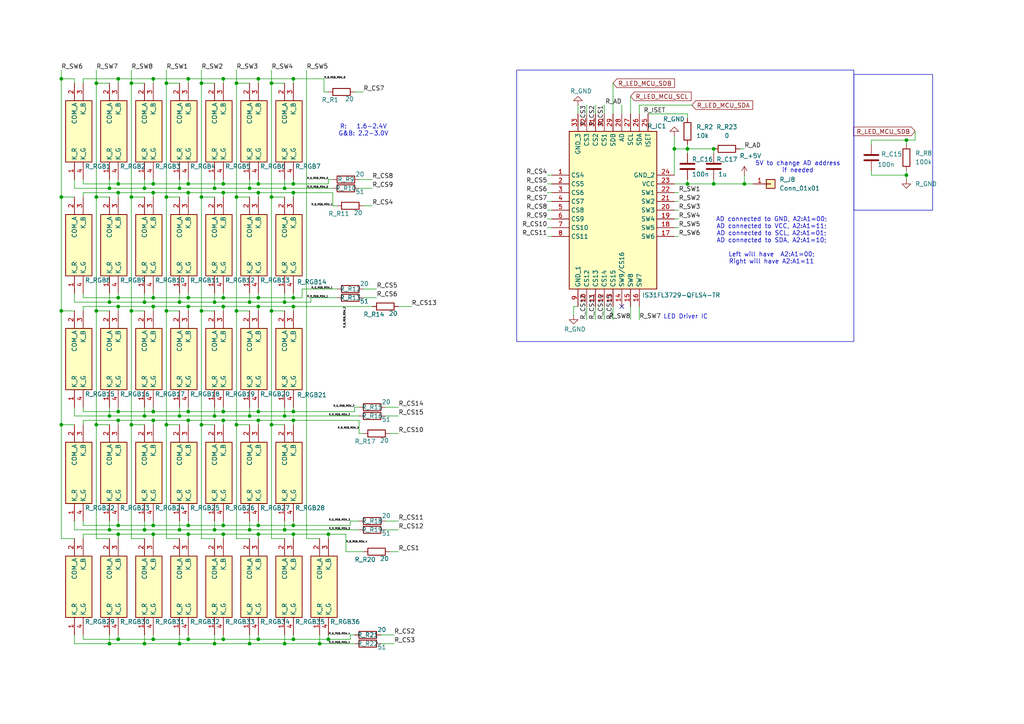
<source format=kicad_sch>
(kicad_sch (version 20250114) (generator "eeschema") (generator_version "9.0")
  (paper "A4")
  (title_block (title "TheFalcon[Left["))
  (rectangle (start 247.65 21.59) (end 270.51 60.96))
  (rectangle (start 149.86 20.32) (end 247.65 99.06))
  (text "5V to change AD address\nif needed\n" (at 231.394 48.514 0) (effects (font (size 1.27 1.27))))
  (text "R:   1.6-2.4V\nG&B: 2.2-3.0V" (at 105.41 37.846 0) (effects (font (size 1.27 1.27))))
  (text "AD connected to GND, A2:A1=00;\nAD connected to VCC, A2:A1=11;\nAD connected to SCL, A2:A1=01;\nAD connected to SDA, A2:A1=10;\n\nLeft will have  A2:A1=00;\nRight will have A2:A1=11" (at 223.774 69.85 0) (effects (font (size 1.27 1.27))))
  (text "LED Driver IC\n" (at 198.882 91.948 0) (effects (font (size 1.27 1.27))))
  (junction (at 92.71 186.69))
  (junction (at 41.91 87.63))
  (junction (at 58.42 90.17))
  (junction (at 31.75 186.69))
  (junction (at 44.45 119.38))
  (junction (at 52.07 153.67))
  (junction (at 44.45 86.36))
  (junction (at 262.89 40.64))
  (junction (at 54.61 22.86))
  (junction (at 72.39 87.63))
  (junction (at 41.91 54.61))
  (junction (at 68.58 123.19))
  (junction (at 64.77 22.86))
  (junction (at 62.23 87.63))
  (junction (at 82.55 87.63))
  (junction (at 82.55 120.65))
  (junction (at 54.61 53.34))
  (junction (at 74.93 86.36))
  (junction (at 64.77 55.88))
  (junction (at 72.39 120.65))
  (junction (at 48.26 90.17))
  (junction (at 54.61 88.9))
  (junction (at 82.55 54.61))
  (junction (at 54.61 185.42))
  (junction (at 262.89 50.8))
  (junction (at 34.29 154.94))
  (junction (at 58.42 123.19))
  (junction (at 85.09 88.9))
  (junction (at 31.75 54.61))
  (junction (at 74.93 119.38))
  (junction (at 44.45 152.4))
  (junction (at 34.29 55.88))
  (junction (at 85.09 53.34))
  (junction (at 207.01 43.18))
  (junction (at 38.1 123.19))
  (junction (at 85.09 185.42))
  (junction (at 54.61 55.88))
  (junction (at 17.78 22.86))
  (junction (at 17.78 123.19))
  (junction (at 85.09 154.94))
  (junction (at 74.93 121.92))
  (junction (at 82.55 186.69))
  (junction (at 64.77 154.94))
  (junction (at 27.94 57.15))
  (junction (at 52.07 120.65))
  (junction (at 31.75 87.63))
  (junction (at 95.25 154.94))
  (junction (at 64.77 152.4))
  (junction (at 34.29 53.34))
  (junction (at 215.9 53.34))
  (junction (at 74.93 185.42))
  (junction (at 27.94 90.17))
  (junction (at 52.07 54.61))
  (junction (at 78.74 24.13))
  (junction (at 85.09 152.4))
  (junction (at 54.61 154.94))
  (junction (at 41.91 186.69))
  (junction (at 62.23 120.65))
  (junction (at 44.45 88.9))
  (junction (at 64.77 53.34))
  (junction (at 85.09 121.92))
  (junction (at 199.39 43.18))
  (junction (at 85.09 119.38))
  (junction (at 95.25 185.42))
  (junction (at 31.75 120.65))
  (junction (at 48.26 24.13))
  (junction (at 62.23 153.67))
  (junction (at 82.55 153.67))
  (junction (at 195.58 43.18))
  (junction (at 72.39 54.61))
  (junction (at 27.94 123.19))
  (junction (at 85.09 22.86))
  (junction (at 52.07 186.69))
  (junction (at 207.01 53.34))
  (junction (at 58.42 24.13))
  (junction (at 74.93 22.86))
  (junction (at 17.78 57.15))
  (junction (at 34.29 22.86))
  (junction (at 41.91 153.67))
  (junction (at 85.09 86.36))
  (junction (at 34.29 86.36))
  (junction (at 44.45 154.94))
  (junction (at 48.26 123.19))
  (junction (at 54.61 121.92))
  (junction (at 68.58 24.13))
  (junction (at 27.94 24.13))
  (junction (at 78.74 57.15))
  (junction (at 38.1 24.13))
  (junction (at 54.61 119.38))
  (junction (at 34.29 88.9))
  (junction (at 44.45 22.86))
  (junction (at 62.23 54.61))
  (junction (at 64.77 185.42))
  (junction (at 44.45 121.92))
  (junction (at 74.93 152.4))
  (junction (at 72.39 186.69))
  (junction (at 58.42 57.15))
  (junction (at 62.23 186.69))
  (junction (at 68.58 90.17))
  (junction (at 31.75 153.67))
  (junction (at 34.29 185.42))
  (junction (at 38.1 90.17))
  (junction (at 44.45 55.88))
  (junction (at 78.74 90.17))
  (junction (at 78.74 123.19))
  (junction (at 64.77 88.9))
  (junction (at 199.39 53.34))
  (junction (at 34.29 152.4))
  (junction (at 74.93 88.9))
  (junction (at 44.45 53.34))
  (junction (at 85.09 55.88))
  (junction (at 74.93 55.88))
  (junction (at 52.07 87.63))
  (junction (at 72.39 153.67))
  (junction (at 48.26 57.15))
  (junction (at 64.77 121.92))
  (junction (at 68.58 57.15))
  (junction (at 64.77 119.38))
  (junction (at 38.1 57.15))
  (junction (at 41.91 120.65))
  (junction (at 17.78 90.17))
  (junction (at 34.29 121.92))
  (junction (at 54.61 86.36))
  (junction (at 34.29 119.38))
  (junction (at 64.77 86.36))
  (junction (at 44.45 185.42))
  (junction (at 54.61 152.4))
  (junction (at 74.93 53.34))
  (junction (at 74.93 154.94))
  (no_connect (at 180.34 88.9))
  (wire (pts (xy 167.64 30.48) (xy 167.64 33.02)))
  (wire (pts (xy 31.75 85.09) (xy 31.75 87.63)))
  (wire (pts (xy 85.09 88.9) (xy 107.95 88.9)))
  (wire (pts (xy 64.77 119.38) (xy 74.93 119.38)))
  (wire (pts (xy 85.09 151.13) (xy 85.09 152.4)))
  (wire (pts (xy 95.25 185.42) (xy 101.6 185.42)))
  (wire (pts (xy 38.1 24.13) (xy 38.1 57.15)))
  (wire (pts (xy 158.75 63.5) (xy 160.02 63.5)))
  (wire (pts (xy 41.91 153.67) (xy 52.07 153.67)))
  (wire (pts (xy 41.91 184.15) (xy 41.91 186.69)))
  (wire (pts (xy 196.85 58.42) (xy 195.58 58.42)))
  (wire (pts (xy 82.55 85.09) (xy 82.55 87.63)))
  (wire (pts (xy 17.78 90.17) (xy 17.78 123.19)))
  (wire (pts (xy 34.29 152.4) (xy 44.45 152.4)))
  (wire (pts (xy 64.77 151.13) (xy 64.77 152.4)))
  (wire (pts (xy 52.07 118.11) (xy 52.07 120.65)))
  (wire (pts (xy 199.39 53.34) (xy 199.39 52.07)))
  (wire (pts (xy 27.94 156.21) (xy 31.75 156.21)))
  (wire (pts (xy 54.61 119.38) (xy 64.77 119.38)))
  (wire (pts (xy 34.29 86.36) (xy 44.45 86.36)))
  (wire (pts (xy 44.45 55.88) (xy 44.45 57.15)))
  (wire (pts (xy 24.13 86.36) (xy 34.29 86.36)))
  (wire (pts (xy 17.78 57.15) (xy 17.78 90.17)))
  (wire (pts (xy 92.71 186.69) (xy 102.87 186.69)))
  (wire (pts (xy 24.13 184.15) (xy 24.13 185.42)))
  (wire (pts (xy 17.78 123.19) (xy 21.59 123.19)))
  (wire (pts (xy 85.09 22.86) (xy 85.09 24.13)))
  (wire (pts (xy 44.45 52.07) (xy 44.45 53.34)))
  (wire (pts (xy 74.93 53.34) (xy 85.09 53.34)))
  (wire (pts (xy 21.59 186.69) (xy 31.75 186.69)))
  (wire (pts (xy 24.13 88.9) (xy 24.13 90.17)))
  (wire (pts (xy 52.07 151.13) (xy 52.07 153.67)))
  (wire (pts (xy 34.29 121.92) (xy 44.45 121.92)))
  (wire (pts (xy 85.09 118.11) (xy 85.09 119.38)))
  (wire (pts (xy 24.13 22.86) (xy 34.29 22.86)))
  (wire (pts (xy 31.75 186.69) (xy 41.91 186.69)))
  (wire (pts (xy 74.93 118.11) (xy 74.93 119.38)))
  (wire (pts (xy 62.23 118.11) (xy 62.23 120.65)))
  (wire (pts (xy 74.93 152.4) (xy 85.09 152.4)))
  (wire (pts (xy 185.42 30.48) (xy 185.42 33.02)))
  (wire (pts (xy 85.09 53.34) (xy 95.25 53.34)))
  (wire (pts (xy 111.76 153.67) (xy 115.57 153.67)))
  (wire (pts (xy 41.91 186.69) (xy 52.07 186.69)))
  (wire (pts (xy 185.42 92.71) (xy 185.42 88.9)))
  (wire (pts (xy 24.13 119.38) (xy 34.29 119.38)))
  (wire (pts (xy 101.6 152.4) (xy 101.6 151.13)))
  (wire (pts (xy 96.52 59.69) (xy 96.52 55.88)))
  (wire (pts (xy 68.58 123.19) (xy 72.39 123.19)))
  (wire (pts (xy 27.94 24.13) (xy 27.94 57.15)))
  (wire (pts (xy 105.41 160.02) (xy 100.33 160.02)))
  (wire (pts (xy 54.61 55.88) (xy 64.77 55.88)))
  (wire (pts (xy 78.74 90.17) (xy 78.74 123.19)))
  (wire (pts (xy 24.13 85.09) (xy 24.13 86.36)))
  (wire (pts (xy 54.61 22.86) (xy 54.61 24.13)))
  (wire (pts (xy 54.61 55.88) (xy 54.61 57.15)))
  (wire (pts (xy 48.26 156.21) (xy 48.26 123.19)))
  (wire (pts (xy 74.93 52.07) (xy 74.93 53.34)))
  (wire (pts (xy 105.41 26.67) (xy 102.87 26.67)))
  (wire (pts (xy 44.45 154.94) (xy 54.61 154.94)))
  (wire (pts (xy 24.13 88.9) (xy 34.29 88.9)))
  (wire (pts (xy 64.77 55.88) (xy 64.77 57.15)))
  (wire (pts (xy 62.23 52.07) (xy 62.23 54.61)))
  (wire (pts (xy 17.78 22.86) (xy 17.78 57.15)))
  (wire (pts (xy 74.93 119.38) (xy 85.09 119.38)))
  (wire (pts (xy 78.74 57.15) (xy 78.74 90.17)))
  (wire (pts (xy 48.26 123.19) (xy 48.26 90.17)))
  (wire (pts (xy 158.75 55.88) (xy 160.02 55.88)))
  (wire (pts (xy 95.25 52.07) (xy 96.52 52.07)))
  (wire (pts (xy 58.42 57.15) (xy 62.23 57.15)))
  (wire (pts (xy 44.45 184.15) (xy 44.45 185.42)))
  (wire (pts (xy 17.78 123.19) (xy 17.78 156.21)))
  (wire (pts (xy 170.18 92.71) (xy 170.18 88.9)))
  (wire (pts (xy 54.61 151.13) (xy 54.61 152.4)))
  (wire (pts (xy 27.94 24.13) (xy 31.75 24.13)))
  (wire (pts (xy 21.59 24.13) (xy 21.59 22.86)))
  (wire (pts (xy 102.87 118.11) (xy 104.14 118.11)))
  (wire (pts (xy 104.14 125.73) (xy 104.14 121.92)))
  (wire (pts (xy 64.77 184.15) (xy 64.77 185.42)))
  (wire (pts (xy 107.95 59.69) (xy 105.41 59.69)))
  (wire (pts (xy 74.93 55.88) (xy 74.93 57.15)))
  (wire (pts (xy 31.75 153.67) (xy 41.91 153.67)))
  (wire (pts (xy 52.07 186.69) (xy 62.23 186.69)))
  (wire (pts (xy 90.17 86.36) (xy 97.79 86.36)))
  (wire (pts (xy 78.74 123.19) (xy 82.55 123.19)))
  (wire (pts (xy 54.61 152.4) (xy 64.77 152.4)))
  (wire (pts (xy 252.73 40.64) (xy 262.89 40.64)))
  (wire (pts (xy 252.73 40.64) (xy 252.73 41.91)))
  (wire (pts (xy 82.55 118.11) (xy 82.55 120.65)))
  (wire (pts (xy 105.41 86.36) (xy 109.22 86.36)))
  (wire (pts (xy 175.26 30.48) (xy 175.26 33.02)))
  (wire (pts (xy 41.91 54.61) (xy 52.07 54.61)))
  (wire (pts (xy 72.39 54.61) (xy 82.55 54.61)))
  (wire (pts (xy 265.43 40.64) (xy 262.89 40.64)))
  (wire (pts (xy 54.61 185.42) (xy 64.77 185.42)))
  (wire (pts (xy 265.43 38.1) (xy 265.43 40.64)))
  (wire (pts (xy 58.42 90.17) (xy 58.42 123.19)))
  (wire (pts (xy 199.39 44.45) (xy 199.39 43.18)))
  (wire (pts (xy 52.07 153.67) (xy 62.23 153.67)))
  (wire (pts (xy 74.93 185.42) (xy 85.09 185.42)))
  (wire (pts (xy 85.09 55.88) (xy 96.52 55.88)))
  (wire (pts (xy 68.58 156.21) (xy 72.39 156.21)))
  (wire (pts (xy 87.63 86.36) (xy 87.63 83.82)))
  (wire (pts (xy 58.42 20.32) (xy 58.42 24.13)))
  (wire (pts (xy 54.61 88.9) (xy 64.77 88.9)))
  (wire (pts (xy 38.1 20.32) (xy 38.1 24.13)))
  (wire (pts (xy 182.88 27.94) (xy 182.88 33.02)))
  (wire (pts (xy 54.61 22.86) (xy 64.77 22.86)))
  (wire (pts (xy 54.61 86.36) (xy 64.77 86.36)))
  (wire (pts (xy 64.77 121.92) (xy 74.93 121.92)))
  (wire (pts (xy 38.1 123.19) (xy 41.91 123.19)))
  (wire (pts (xy 95.25 154.94) (xy 95.25 156.21)))
  (wire (pts (xy 44.45 22.86) (xy 54.61 22.86)))
  (wire (pts (xy 252.73 50.8) (xy 262.89 50.8)))
  (wire (pts (xy 48.26 57.15) (xy 52.07 57.15)))
  (wire (pts (xy 58.42 123.19) (xy 62.23 123.19)))
  (wire (pts (xy 85.09 88.9) (xy 85.09 90.17)))
  (wire (pts (xy 64.77 185.42) (xy 74.93 185.42)))
  (wire (pts (xy 27.94 90.17) (xy 31.75 90.17)))
  (wire (pts (xy 48.26 90.17) (xy 48.26 57.15)))
  (wire (pts (xy 74.93 22.86) (xy 85.09 22.86)))
  (wire (pts (xy 68.58 90.17) (xy 68.58 123.19)))
  (wire (pts (xy 74.93 154.94) (xy 74.93 156.21)))
  (wire (pts (xy 31.75 184.15) (xy 31.75 186.69)))
  (wire (pts (xy 82.55 153.67) (xy 104.14 153.67)))
  (wire (pts (xy 44.45 121.92) (xy 44.45 123.19)))
  (wire (pts (xy 34.29 154.94) (xy 34.29 156.21)))
  (wire (pts (xy 38.1 57.15) (xy 41.91 57.15)))
  (wire (pts (xy 88.9 156.21) (xy 92.71 156.21)))
  (wire (pts (xy 27.94 90.17) (xy 27.94 123.19)))
  (wire (pts (xy 195.58 63.5) (xy 196.85 63.5)))
  (wire (pts (xy 24.13 55.88) (xy 24.13 57.15)))
  (wire (pts (xy 24.13 52.07) (xy 24.13 53.34)))
  (wire (pts (xy 24.13 118.11) (xy 24.13 119.38)))
  (wire (pts (xy 78.74 24.13) (xy 82.55 24.13)))
  (wire (pts (xy 17.78 20.32) (xy 17.78 22.86)))
  (wire (pts (xy 27.94 123.19) (xy 31.75 123.19)))
  (wire (pts (xy 85.09 152.4) (xy 101.6 152.4)))
  (wire (pts (xy 199.39 53.34) (xy 207.01 53.34)))
  (wire (pts (xy 102.87 119.38) (xy 102.87 118.11)))
  (wire (pts (xy 27.94 123.19) (xy 27.94 156.21)))
  (wire (pts (xy 34.29 52.07) (xy 34.29 53.34)))
  (wire (pts (xy 85.09 154.94) (xy 85.09 156.21)))
  (wire (pts (xy 199.39 43.18) (xy 207.01 43.18)))
  (wire (pts (xy 58.42 90.17) (xy 62.23 90.17)))
  (wire (pts (xy 44.45 22.86) (xy 44.45 24.13)))
  (wire (pts (xy 72.39 52.07) (xy 72.39 54.61)))
  (wire (pts (xy 64.77 88.9) (xy 74.93 88.9)))
  (wire (pts (xy 207.01 53.34) (xy 215.9 53.34)))
  (wire (pts (xy 101.6 185.42) (xy 101.6 184.15)))
  (wire (pts (xy 72.39 85.09) (xy 72.39 87.63)))
  (wire (pts (xy 158.75 53.34) (xy 160.02 53.34)))
  (wire (pts (xy 105.41 83.82) (xy 109.22 83.82)))
  (wire (pts (xy 34.29 151.13) (xy 34.29 152.4)))
  (wire (pts (xy 158.75 66.04) (xy 160.02 66.04)))
  (wire (pts (xy 34.29 22.86) (xy 34.29 24.13)))
  (wire (pts (xy 111.76 120.65) (xy 115.57 120.65)))
  (wire (pts (xy 52.07 85.09) (xy 52.07 87.63)))
  (wire (pts (xy 200.66 30.48) (xy 185.42 30.48)))
  (wire (pts (xy 21.59 54.61) (xy 31.75 54.61)))
  (wire (pts (xy 101.6 184.15) (xy 102.87 184.15)))
  (wire (pts (xy 262.89 49.53) (xy 262.89 50.8)))
  (wire (pts (xy 21.59 87.63) (xy 31.75 87.63)))
  (wire (pts (xy 21.59 120.65) (xy 31.75 120.65)))
  (wire (pts (xy 34.29 85.09) (xy 34.29 86.36)))
  (wire (pts (xy 27.94 57.15) (xy 27.94 90.17)))
  (wire (pts (xy 31.75 52.07) (xy 31.75 54.61)))
  (wire (pts (xy 34.29 185.42) (xy 44.45 185.42)))
  (wire (pts (xy 172.72 92.71) (xy 172.72 88.9)))
  (wire (pts (xy 31.75 120.65) (xy 41.91 120.65)))
  (wire (pts (xy 110.49 184.15) (xy 114.3 184.15)))
  (wire (pts (xy 41.91 118.11) (xy 41.91 120.65)))
  (wire (pts (xy 92.71 184.15) (xy 92.71 186.69)))
  (wire (pts (xy 34.29 22.86) (xy 44.45 22.86)))
  (wire (pts (xy 100.33 160.02) (xy 100.33 154.94)))
  (wire (pts (xy 72.39 184.15) (xy 72.39 186.69)))
  (wire (pts (xy 64.77 118.11) (xy 64.77 119.38)))
  (wire (pts (xy 196.85 66.04) (xy 195.58 66.04)))
  (wire (pts (xy 97.79 59.69) (xy 96.52 59.69)))
  (wire (pts (xy 21.59 153.67) (xy 31.75 153.67)))
  (wire (pts (xy 31.75 87.63) (xy 41.91 87.63)))
  (wire (pts (xy 64.77 86.36) (xy 74.93 86.36)))
  (wire (pts (xy 31.75 118.11) (xy 31.75 120.65)))
  (wire (pts (xy 111.76 151.13) (xy 115.57 151.13)))
  (wire (pts (xy 31.75 54.61) (xy 41.91 54.61)))
  (wire (pts (xy 177.8 92.71) (xy 177.8 88.9)))
  (wire (pts (xy 215.9 53.34) (xy 215.9 50.8)))
  (wire (pts (xy 44.45 118.11) (xy 44.45 119.38)))
  (wire (pts (xy 199.39 34.29) (xy 199.39 33.02)))
  (wire (pts (xy 105.41 125.73) (xy 104.14 125.73)))
  (wire (pts (xy 38.1 90.17) (xy 41.91 90.17)))
  (wire (pts (xy 196.85 68.58) (xy 195.58 68.58)))
  (wire (pts (xy 44.45 121.92) (xy 54.61 121.92)))
  (wire (pts (xy 74.93 55.88) (xy 85.09 55.88)))
  (wire (pts (xy 41.91 52.07) (xy 41.91 54.61)))
  (wire (pts (xy 93.98 26.67) (xy 93.98 22.86)))
  (wire (pts (xy 68.58 24.13) (xy 72.39 24.13)))
  (wire (pts (xy 64.77 154.94) (xy 64.77 156.21)))
  (wire (pts (xy 85.09 119.38) (xy 102.87 119.38)))
  (wire (pts (xy 52.07 54.61) (xy 62.23 54.61)))
  (wire (pts (xy 115.57 88.9) (xy 119.38 88.9)))
  (wire (pts (xy 195.58 39.37) (xy 195.58 43.18)))
  (wire (pts (xy 17.78 90.17) (xy 21.59 90.17)))
  (wire (pts (xy 54.61 121.92) (xy 64.77 121.92)))
  (wire (pts (xy 218.44 53.34) (xy 215.9 53.34)))
  (wire (pts (xy 24.13 154.94) (xy 34.29 154.94)))
  (wire (pts (xy 158.75 58.42) (xy 160.02 58.42)))
  (wire (pts (xy 74.93 154.94) (xy 85.09 154.94)))
  (wire (pts (xy 52.07 184.15) (xy 52.07 186.69)))
  (wire (pts (xy 101.6 151.13) (xy 104.14 151.13)))
  (wire (pts (xy 38.1 156.21) (xy 41.91 156.21)))
  (wire (pts (xy 252.73 49.53) (xy 252.73 50.8)))
  (wire (pts (xy 64.77 152.4) (xy 74.93 152.4)))
  (wire (pts (xy 34.29 154.94) (xy 44.45 154.94)))
  (wire (pts (xy 54.61 88.9) (xy 54.61 90.17)))
  (wire (pts (xy 196.85 55.88) (xy 195.58 55.88)))
  (wire (pts (xy 44.45 86.36) (xy 54.61 86.36)))
  (wire (pts (xy 44.45 55.88) (xy 54.61 55.88)))
  (wire (pts (xy 34.29 184.15) (xy 34.29 185.42)))
  (wire (pts (xy 21.59 52.07) (xy 21.59 54.61)))
  (wire (pts (xy 64.77 85.09) (xy 64.77 86.36)))
  (wire (pts (xy 17.78 57.15) (xy 21.59 57.15)))
  (wire (pts (xy 85.09 121.92) (xy 85.09 123.19)))
  (wire (pts (xy 95.25 53.34) (xy 95.25 52.07)))
  (wire (pts (xy 177.8 24.13) (xy 177.8 33.02)))
  (wire (pts (xy 78.74 20.32) (xy 78.74 24.13)))
  (wire (pts (xy 74.93 88.9) (xy 85.09 88.9)))
  (wire (pts (xy 21.59 151.13) (xy 21.59 153.67)))
  (wire (pts (xy 85.09 52.07) (xy 85.09 53.34)))
  (wire (pts (xy 24.13 55.88) (xy 34.29 55.88)))
  (wire (pts (xy 38.1 123.19) (xy 38.1 156.21)))
  (wire (pts (xy 115.57 125.73) (xy 113.03 125.73)))
  (wire (pts (xy 195.58 53.34) (xy 199.39 53.34)))
  (wire (pts (xy 68.58 90.17) (xy 72.39 90.17)))
  (wire (pts (xy 48.26 57.15) (xy 48.26 24.13)))
  (wire (pts (xy 195.58 43.18) (xy 199.39 43.18)))
  (wire (pts (xy 54.61 52.07) (xy 54.61 53.34)))
  (wire (pts (xy 27.94 57.15) (xy 31.75 57.15)))
  (wire (pts (xy 24.13 53.34) (xy 34.29 53.34)))
  (wire (pts (xy 24.13 22.86) (xy 24.13 24.13)))
  (wire (pts (xy 72.39 151.13) (xy 72.39 153.67)))
  (wire (pts (xy 74.93 88.9) (xy 74.93 90.17)))
  (wire (pts (xy 196.85 60.96) (xy 195.58 60.96)))
  (wire (pts (xy 74.93 121.92) (xy 74.93 123.19)))
  (wire (pts (xy 44.45 53.34) (xy 54.61 53.34)))
  (wire (pts (xy 72.39 153.67) (xy 82.55 153.67)))
  (wire (pts (xy 34.29 118.11) (xy 34.29 119.38)))
  (wire (pts (xy 85.09 184.15) (xy 85.09 185.42)))
  (wire (pts (xy 44.45 88.9) (xy 44.45 90.17)))
  (wire (pts (xy 158.75 68.58) (xy 160.02 68.58)))
  (wire (pts (xy 111.76 118.11) (xy 115.57 118.11)))
  (wire (pts (xy 52.07 156.21) (xy 48.26 156.21)))
  (wire (pts (xy 64.77 154.94) (xy 74.93 154.94)))
  (wire (pts (xy 74.93 151.13) (xy 74.93 152.4)))
  (wire (pts (xy 172.72 30.48) (xy 172.72 33.02)))
  (wire (pts (xy 27.94 20.32) (xy 27.94 24.13)))
  (wire (pts (xy 74.93 184.15) (xy 74.93 185.42)))
  (wire (pts (xy 72.39 87.63) (xy 82.55 87.63)))
  (wire (pts (xy 74.93 121.92) (xy 85.09 121.92)))
  (wire (pts (xy 104.14 52.07) (xy 107.95 52.07)))
  (wire (pts (xy 262.89 40.64) (xy 262.89 41.91)))
  (wire (pts (xy 85.09 86.36) (xy 87.63 86.36)))
  (wire (pts (xy 64.77 121.92) (xy 64.77 123.19)))
  (wire (pts (xy 95.25 154.94) (xy 100.33 154.94)))
  (wire (pts (xy 262.89 50.8) (xy 262.89 52.07)))
  (wire (pts (xy 78.74 156.21) (xy 82.55 156.21)))
  (wire (pts (xy 41.91 120.65) (xy 52.07 120.65)))
  (wire (pts (xy 44.45 119.38) (xy 54.61 119.38)))
  (wire (pts (xy 34.29 119.38) (xy 44.45 119.38)))
  (wire (pts (xy 34.29 88.9) (xy 44.45 88.9)))
  (wire (pts (xy 85.09 121.92) (xy 104.14 121.92)))
  (wire (pts (xy 110.49 186.69) (xy 114.3 186.69)))
  (wire (pts (xy 170.18 30.48) (xy 170.18 33.02)))
  (wire (pts (xy 82.55 151.13) (xy 82.55 153.67)))
  (wire (pts (xy 41.91 85.09) (xy 41.91 87.63)))
  (wire (pts (xy 44.45 88.9) (xy 54.61 88.9)))
  (wire (pts (xy 115.57 160.02) (xy 113.03 160.02)))
  (wire (pts (xy 158.75 50.8) (xy 160.02 50.8)))
  (wire (pts (xy 87.63 83.82) (xy 97.79 83.82)))
  (wire (pts (xy 78.74 57.15) (xy 82.55 57.15)))
  (wire (pts (xy 52.07 120.65) (xy 62.23 120.65)))
  (wire (pts (xy 72.39 118.11) (xy 72.39 120.65)))
  (wire (pts (xy 52.07 52.07) (xy 52.07 54.61)))
  (wire (pts (xy 58.42 24.13) (xy 62.23 24.13)))
  (wire (pts (xy 21.59 85.09) (xy 21.59 87.63)))
  (wire (pts (xy 64.77 55.88) (xy 74.93 55.88)))
  (wire (pts (xy 62.23 120.65) (xy 72.39 120.65)))
  (wire (pts (xy 95.25 26.67) (xy 93.98 26.67)))
  (wire (pts (xy 48.26 24.13) (xy 52.07 24.13)))
  (wire (pts (xy 54.61 118.11) (xy 54.61 119.38)))
  (wire (pts (xy 64.77 22.86) (xy 64.77 24.13)))
  (wire (pts (xy 187.96 33.02) (xy 199.39 33.02)))
  (wire (pts (xy 58.42 57.15) (xy 58.42 90.17)))
  (wire (pts (xy 54.61 154.94) (xy 64.77 154.94)))
  (wire (pts (xy 82.55 54.61) (xy 96.52 54.61)))
  (wire (pts (xy 62.23 85.09) (xy 62.23 87.63)))
  (wire (pts (xy 85.09 55.88) (xy 85.09 57.15)))
  (wire (pts (xy 54.61 184.15) (xy 54.61 185.42)))
  (wire (pts (xy 85.09 154.94) (xy 95.25 154.94)))
  (wire (pts (xy 54.61 154.94) (xy 54.61 156.21)))
  (wire (pts (xy 24.13 152.4) (xy 34.29 152.4)))
  (wire (pts (xy 82.55 52.07) (xy 82.55 54.61)))
  (wire (pts (xy 62.23 184.15) (xy 62.23 186.69)))
  (wire (pts (xy 72.39 120.65) (xy 82.55 120.65)))
  (wire (pts (xy 34.29 55.88) (xy 34.29 57.15)))
  (wire (pts (xy 207.01 53.34) (xy 207.01 52.07)))
  (wire (pts (xy 21.59 22.86) (xy 17.78 22.86)))
  (wire (pts (xy 34.29 88.9) (xy 34.29 90.17)))
  (wire (pts (xy 64.77 52.07) (xy 64.77 53.34)))
  (wire (pts (xy 199.39 41.91) (xy 199.39 43.18)))
  (wire (pts (xy 58.42 24.13) (xy 58.42 57.15)))
  (wire (pts (xy 85.09 185.42) (xy 95.25 185.42)))
  (wire (pts (xy 85.09 22.86) (xy 93.98 22.86)))
  (wire (pts (xy 88.9 20.32) (xy 88.9 156.21)))
  (wire (pts (xy 41.91 87.63) (xy 52.07 87.63)))
  (wire (pts (xy 44.45 152.4) (xy 54.61 152.4)))
  (wire (pts (xy 34.29 55.88) (xy 44.45 55.88)))
  (wire (pts (xy 195.58 43.18) (xy 195.58 50.8)))
  (wire (pts (xy 104.14 54.61) (xy 107.95 54.61)))
  (wire (pts (xy 82.55 120.65) (xy 104.14 120.65)))
  (wire (pts (xy 34.29 121.92) (xy 34.29 123.19)))
  (wire (pts (xy 78.74 90.17) (xy 82.55 90.17)))
  (wire (pts (xy 78.74 24.13) (xy 78.74 57.15)))
  (wire (pts (xy 82.55 186.69) (xy 92.71 186.69)))
  (wire (pts (xy 72.39 186.69) (xy 82.55 186.69)))
  (wire (pts (xy 95.25 184.15) (xy 95.25 185.42)))
  (wire (pts (xy 68.58 57.15) (xy 68.58 90.17)))
  (wire (pts (xy 182.88 92.71) (xy 182.88 88.9)))
  (wire (pts (xy 38.1 24.13) (xy 41.91 24.13)))
  (wire (pts (xy 62.23 151.13) (xy 62.23 153.67)))
  (wire (pts (xy 68.58 20.32) (xy 68.58 24.13)))
  (wire (pts (xy 180.34 30.48) (xy 180.34 33.02)))
  (wire (pts (xy 62.23 54.61) (xy 72.39 54.61)))
  (wire (pts (xy 166.37 88.9) (xy 167.64 88.9)))
  (wire (pts (xy 41.91 151.13) (xy 41.91 153.67)))
  (wire (pts (xy 48.26 20.32) (xy 48.26 24.13)))
  (wire (pts (xy 44.45 85.09) (xy 44.45 86.36)))
  (wire (pts (xy 58.42 123.19) (xy 58.42 156.21)))
  (wire (pts (xy 74.93 86.36) (xy 85.09 86.36)))
  (wire (pts (xy 54.61 121.92) (xy 54.61 123.19)))
  (wire (pts (xy 74.93 85.09) (xy 74.93 86.36)))
  (wire (pts (xy 38.1 57.15) (xy 38.1 90.17)))
  (wire (pts (xy 62.23 153.67) (xy 72.39 153.67)))
  (wire (pts (xy 48.26 90.17) (xy 52.07 90.17)))
  (wire (pts (xy 68.58 57.15) (xy 72.39 57.15)))
  (wire (pts (xy 17.78 156.21) (xy 21.59 156.21)))
  (wire (pts (xy 175.26 92.71) (xy 175.26 88.9)))
  (wire (pts (xy 58.42 156.21) (xy 62.23 156.21)))
  (wire (pts (xy 166.37 91.44) (xy 166.37 88.9)))
  (wire (pts (xy 82.55 184.15) (xy 82.55 186.69)))
  (wire (pts (xy 34.29 53.34) (xy 44.45 53.34)))
  (wire (pts (xy 74.93 22.86) (xy 74.93 24.13)))
  (wire (pts (xy 24.13 151.13) (xy 24.13 152.4)))
  (wire (pts (xy 82.55 87.63) (xy 90.17 87.63)))
  (wire (pts (xy 44.45 151.13) (xy 44.45 152.4)))
  (wire (pts (xy 24.13 185.42) (xy 34.29 185.42)))
  (wire (pts (xy 21.59 118.11) (xy 21.59 120.65)))
  (wire (pts (xy 78.74 123.19) (xy 78.74 156.21)))
  (wire (pts (xy 24.13 154.94) (xy 24.13 156.21)))
  (wire (pts (xy 38.1 90.17) (xy 38.1 123.19)))
  (wire (pts (xy 62.23 87.63) (xy 72.39 87.63)))
  (wire (pts (xy 90.17 87.63) (xy 90.17 86.36)))
  (wire (pts (xy 207.01 43.18) (xy 207.01 44.45)))
  (wire (pts (xy 68.58 123.19) (xy 68.58 156.21)))
  (wire (pts (xy 21.59 184.15) (xy 21.59 186.69)))
  (wire (pts (xy 24.13 121.92) (xy 24.13 123.19)))
  (wire (pts (xy 62.23 186.69) (xy 72.39 186.69)))
  (wire (pts (xy 64.77 22.86) (xy 74.93 22.86)))
  (wire (pts (xy 64.77 53.34) (xy 74.93 53.34)))
  (wire (pts (xy 85.09 85.09) (xy 85.09 86.36)))
  (wire (pts (xy 64.77 88.9) (xy 64.77 90.17)))
  (wire (pts (xy 44.45 154.94) (xy 44.45 156.21)))
  (wire (pts (xy 68.58 24.13) (xy 68.58 57.15)))
  (wire (pts (xy 24.13 121.92) (xy 34.29 121.92)))
  (wire (pts (xy 48.26 123.19) (xy 52.07 123.19)))
  (wire (pts (xy 158.75 60.96) (xy 160.02 60.96)))
  (wire (pts (xy 44.45 185.42) (xy 54.61 185.42)))
  (wire (pts (xy 52.07 87.63) (xy 62.23 87.63)))
  (wire (pts (xy 54.61 53.34) (xy 64.77 53.34)))
  (wire (pts (xy 31.75 151.13) (xy 31.75 153.67)))
  (wire (pts (xy 215.9 43.18) (xy 214.63 43.18)))
  (wire (pts (xy 54.61 85.09) (xy 54.61 86.36)))
  (label "R_SW4" (at 78.74 20.32 0))
  (label "R_CS2" (at 114.3 184.15 0))
  (label "R_CS9" (at 158.75 63.5 180))
  (label "R_CS5" (at 158.75 53.34 180))
  (label "R_G_RGB_ROW_0" (at 95.25 52.07 180) (effects (font (size 0.5 0.5))))
  (label "R_R_RGB_ROW_1" (at 95.25 86.36 180) (effects (font (size 0.5 0.5))))
  (label "R_CS12" (at 170.18 92.71 90))
  (label "R_G_RGB_ROW_2" (at 102.87 118.11 180) (effects (font (size 0.5 0.5))))
  (label "R_CS10" (at 158.75 66.04 180))
  (label "R_G_RGB_ROW_1" (at 96.52 83.82 180) (effects (font (size 0.5 0.5))))
  (label "R_SW2" (at 58.42 20.32 0))
  (label "R_B_RGB_ROW_4" (at 100.33 157.48 0) (effects (font (size 0.5 0.5))))
  (label "R_CS11" (at 115.57 151.13 0))
  (label "R_CS11" (at 158.75 68.58 180))
  (label "R_B_RGB_ROW_1" (at 96.52 59.69 180) (effects (font (size 0.5 0.5))))
  (label "R_AD" (at 180.34 30.48 180))
  (label "R_CS9" (at 107.95 54.61 0))
  (label "R_CS6" (at 109.22 86.36 0))
  (label "R_CS8" (at 158.75 60.96 180))
  (label "R_G_RGB_ROW_4" (at 101.6 184.15 180) (effects (font (size 0.5 0.5))))
  (label "R_CS15" (at 177.8 92.71 90))
  (label "R_CS1" (at 175.26 30.48 270))
  (label "R_CS13" (at 172.72 92.71 90))
  (label "R_CS15" (at 115.57 120.65 0))
  (label "R_G_RGB_ROW_3" (at 101.6 151.13 180) (effects (font (size 0.5 0.5))))
  (label "R_AD" (at 215.9 43.18 0))
  (label "R_SW1" (at 196.85 55.88 0))
  (label "R_SW2" (at 196.85 58.42 0))
  (label "R_CS5" (at 109.22 83.82 0))
  (label "R_SW3" (at 68.58 20.32 0))
  (label "R_CS12" (at 115.57 153.67 0))
  (label "R_SW6" (at 196.85 68.58 0))
  (label "R_SW4" (at 196.85 63.5 0))
  (label "R_CS7" (at 105.41 26.67 0))
  (label "R_SW8" (at 182.88 92.71 180))
  (label "R_R_RGB_ROW_3" (at 101.6 153.67 180) (effects (font (size 0.5 0.5))))
  (label "R_SW8" (at 38.1 20.32 0))
  (label "R_SW7" (at 27.94 20.32 0))
  (label "R_SW3" (at 196.85 60.96 0))
  (label "R_CS8" (at 107.95 52.07 0))
  (label "R_CS4" (at 158.75 50.8 180))
  (label "R_CS6" (at 158.75 55.88 180))
  (label "R_R_RGB_ROW_0" (at 95.25 54.61 180) (effects (font (size 0.5 0.5))))
  (label "R_SW7" (at 185.42 92.71 0))
  (label "R_CS3" (at 114.3 186.69 0))
  (label "R_CS13" (at 119.38 88.9 0))
  (label "R_B_RGB_ROW_2" (at 100.33 88.9 270) (effects (font (size 0.5 0.5))))
  (label "R_CS14" (at 175.26 92.71 90))
  (label "R_CS2" (at 172.72 30.48 270))
  (label "R_CS1" (at 115.57 160.02 0))
  (label "R_CS4" (at 107.95 59.69 0))
  (label "R_B_RGB_ROW_0" (at 93.98 22.86 0) (effects (font (size 0.5 0.5))))
  (label "R_R_RGB_ROW_2" (at 101.6 120.65 180) (effects (font (size 0.5 0.5))))
  (label "R_CS10" (at 115.57 125.73 0))
  (label "R_B_RGB_ROW_3" (at 104.14 124.46 180) (effects (font (size 0.5 0.5))))
  (label "R_R_RGB_ROW_4" (at 101.6 186.69 180) (effects (font (size 0.5 0.5))))
  (label "R_CS14" (at 115.57 118.11 0))
  (label "R_SW5" (at 88.9 20.32 0))
  (label "R_SW6" (at 17.78 20.32 0))
  (label "R_ISET" (at 193.04 33.02 180))
  (label "R_CS7" (at 158.75 58.42 180))
  (label "R_SW1" (at 48.26 20.32 0))
  (label "R_CS3" (at 170.18 30.48 270))
  (label "R_SW5" (at 196.85 66.04 0))
  (global_label "R_LED_MCU_SDB" (shape input) (at 265.43 38.1 180) (property "Intersheetrefs" "${INTERSHEET_REFS}" (effects (hide yes))))
  (global_label "R_LED_MCU_SDB" (shape input) (at 177.8 24.13 0) (property "Intersheetrefs" "${INTERSHEET_REFS}" (effects (hide yes))))
  (global_label "R_LED_MCU_SDA" (shape input) (at 200.66 30.48 0) (property "Intersheetrefs" "${INTERSHEET_REFS}" (effects (hide yes))))
  (global_label "R_LED_MCU_SCL" (shape input) (at 182.88 27.94 0) (property "Intersheetrefs" "${INTERSHEET_REFS}" (effects (hide yes))))
  (symbol (lib_id "SamacSys_Parts:T36K3BGR-05D000121U1930") (at 24.13 90.17 270) (unit 1)
    (property "Reference" "R_RGB15" (at 24.638 114.3 90) (effects (justify left)))
    (property "Value" "T36K3BGR-05D000121U1930" (effects (hide yes)))
    (property "Footprint" "SamacSys_Parts:T36K3BGR05D000121U1930_MODEL_INVERTED" (effects (hide yes)))
    (property "Datasheet" "https://media.digikey.com/pdf/Data%20Sheets/Harvatek%20PDFs/T36K3BGR-05D000121U1930%20V1.1.pdf" (effects (hide yes)))
    (property "Description" "Red, Green, Blue (RGB) LED Indication - Discrete 2V Red, 2.6V Green, 2.6V Blue 4-SMD, Flat Leads" (effects (hide yes)))
  )
  (symbol (lib_id "Device:R") (at 106.68 186.69 90) (unit 1)
    (property "Reference" "R_R22" (at 106.68 186.69 90))
    (property "Value" "51" (at 110.744 187.706 90))
    (property "Footprint" "Resistor_SMD:R_0603_1608Metric" (effects (hide yes)))
    (property "Description" "Resistor" (effects (hide yes)))
    (property "LCSC Part Number" "C17738" (effects (hide yes)))
  )
  (symbol (lib_id "SamacSys_Parts:T36K3BGR-05D000121U1930") (at 44.45 24.13 270) (unit 1)
    (property "Reference" "R_RGB3" (at 44.958 48.26 90) (effects (justify left)))
    (property "Value" "T36K3BGR-05D000121U1930" (effects (hide yes)))
    (property "Footprint" "SamacSys_Parts:T36K3BGR05D000121U1930_MODEL_INVERTED" (effects (hide yes)))
    (property "Datasheet" "https://media.digikey.com/pdf/Data%20Sheets/Harvatek%20PDFs/T36K3BGR-05D000121U1930%20V1.1.pdf" (effects (hide yes)))
    (property "Description" "Red, Green, Blue (RGB) LED Indication - Discrete 2V Red, 2.6V Green, 2.6V Blue 4-SMD, Flat Leads" (effects (hide yes)))
  )
  (symbol (lib_id "Device:R") (at 262.89 45.72 0) (unit 1)
    (property "Reference" "R_R8" (at 265.43 44.4499 0) (effects (justify left)))
    (property "Value" "100k" (at 265.43 46.9899 0) (effects (justify left)))
    (property "Footprint" "Resistor_SMD:R_0603_1608Metric" (effects (hide yes)))
    (property "Description" "Resistor" (effects (hide yes)))
    (property "LCSC Part Number" "C14675" (effects (hide yes)))
  )
  (symbol (lib_id "SamacSys_Parts:T36K3BGR-05D000121U1930") (at 74.93 156.21 270) (unit 1)
    (property "Reference" "R_RGB34" (at 75.438 180.34 90) (effects (justify left)))
    (property "Value" "T36K3BGR-05D000121U1930" (effects (hide yes)))
    (property "Footprint" "SamacSys_Parts:T36K3BGR05D000121U1930_MODEL_INVERTED" (effects (hide yes)))
    (property "Datasheet" "https://media.digikey.com/pdf/Data%20Sheets/Harvatek%20PDFs/T36K3BGR-05D000121U1930%20V1.1.pdf" (effects (hide yes)))
    (property "Description" "Red, Green, Blue (RGB) LED Indication - Discrete 2V Red, 2.6V Green, 2.6V Blue 4-SMD, Flat Leads" (effects (hide yes)))
  )
  (symbol (lib_id "Device:R") (at 99.06 26.67 90) (unit 1)
    (property "Reference" "R_R1" (at 95.758 28.956 90))
    (property "Value" "20" (at 101.346 28.702 90))
    (property "Footprint" "Resistor_SMD:R_0603_1608Metric" (effects (hide yes)))
    (property "Description" "Resistor" (effects (hide yes)))
    (property "LCSC Part Number" "C22950" (effects (hide yes)))
  )
  (symbol (lib_id "Device:R") (at 100.33 52.07 90) (unit 1)
    (property "Reference" "R_R9" (at 100.33 52.07 90))
    (property "Value" "20" (at 104.394 50.546 90))
    (property "Footprint" "Resistor_SMD:R_0603_1608Metric" (effects (hide yes)))
    (property "Description" "Resistor" (effects (hide yes)))
    (property "LCSC Part Number" "C22950" (effects (hide yes)))
  )
  (symbol (lib_id "power:GND") (at 195.58 39.37 180) (unit 1)
    (property "Reference" "#R_#PWR03" (effects (hide yes)))
    (property "Value" "R_GND" (at 192.278 34.544 0) (effects (justify right)))
    (property "Description" "Power symbol creates a global label with name \"GND\" , ground" (effects (hide yes)))
  )
  (symbol (lib_id "SamacSys_Parts:T36K3BGR-05D000121U1930") (at 95.25 156.21 270) (unit 1)
    (property "Reference" "R_RGB36" (at 95.758 180.34 90) (effects (justify left)))
    (property "Value" "T36K3BGR-05D000121U1930" (effects (hide yes)))
    (property "Footprint" "SamacSys_Parts:T36K3BGR05D000121U1930_MODEL_INVERTED" (effects (hide yes)))
    (property "Datasheet" "https://media.digikey.com/pdf/Data%20Sheets/Harvatek%20PDFs/T36K3BGR-05D000121U1930%20V1.1.pdf" (effects (hide yes)))
    (property "Description" "Red, Green, Blue (RGB) LED Indication - Discrete 2V Red, 2.6V Green, 2.6V Blue 4-SMD, Flat Leads" (effects (hide yes)))
  )
  (symbol (lib_id "SamacSys_Parts:T36K3BGR-05D000121U1930") (at 54.61 90.17 270) (unit 1)
    (property "Reference" "R_RGB18" (at 55.118 114.3 90) (effects (justify left)))
    (property "Value" "T36K3BGR-05D000121U1930" (effects (hide yes)))
    (property "Footprint" "SamacSys_Parts:T36K3BGR05D000121U1930_MODEL_INVERTED" (effects (hide yes)))
    (property "Datasheet" "https://media.digikey.com/pdf/Data%20Sheets/Harvatek%20PDFs/T36K3BGR-05D000121U1930%20V1.1.pdf" (effects (hide yes)))
    (property "Description" "Red, Green, Blue (RGB) LED Indication - Discrete 2V Red, 2.6V Green, 2.6V Blue 4-SMD, Flat Leads" (effects (hide yes)))
  )
  (symbol (lib_id "Device:R") (at 210.82 43.18 90) (unit 1)
    (property "Reference" "R_R23" (at 210.82 36.83 90))
    (property "Value" "0" (at 210.82 39.37 90))
    (property "Footprint" "Resistor_SMD:R_0603_1608Metric_Pad0.98x0.95mm_HandSolder" (effects (hide yes)))
    (property "Description" "Resistor" (effects (hide yes)))
    (property "LCSC Part Number" "C17477" (effects (hide yes)))
  )
  (symbol (lib_id "Device:R") (at 107.95 120.65 90) (unit 1)
    (property "Reference" "R_R16" (at 107.95 120.65 90))
    (property "Value" "51" (at 112.014 121.666 90))
    (property "Footprint" "Resistor_SMD:R_0603_1608Metric" (effects (hide yes)))
    (property "Description" "Resistor" (effects (hide yes)))
    (property "LCSC Part Number" "C17738" (effects (hide yes)))
  )
  (symbol (lib_id "Device:R") (at 107.95 118.11 90) (unit 1)
    (property "Reference" "R_R15" (at 107.95 118.11 90))
    (property "Value" "20" (at 112.014 116.586 90))
    (property "Footprint" "Resistor_SMD:R_0603_1608Metric" (effects (hide yes)))
    (property "Description" "Resistor" (effects (hide yes)))
    (property "LCSC Part Number" "C22950" (effects (hide yes)))
  )
  (symbol (lib_id "SamacSys_Parts:T36K3BGR-05D000121U1930") (at 54.61 156.21 270) (unit 1)
    (property "Reference" "R_RGB32" (at 55.118 180.34 90) (effects (justify left)))
    (property "Value" "T36K3BGR-05D000121U1930" (effects (hide yes)))
    (property "Footprint" "SamacSys_Parts:T36K3BGR05D000121U1930_MODEL_INVERTED" (effects (hide yes)))
    (property "Datasheet" "https://media.digikey.com/pdf/Data%20Sheets/Harvatek%20PDFs/T36K3BGR-05D000121U1930%20V1.1.pdf" (effects (hide yes)))
    (property "Description" "Red, Green, Blue (RGB) LED Indication - Discrete 2V Red, 2.6V Green, 2.6V Blue 4-SMD, Flat Leads" (effects (hide yes)))
  )
  (symbol (lib_id "SamacSys_Parts:T36K3BGR-05D000121U1930") (at 74.93 24.13 270) (unit 1)
    (property "Reference" "R_RGB6" (at 75.438 48.26 90) (effects (justify left)))
    (property "Value" "T36K3BGR-05D000121U1930" (effects (hide yes)))
    (property "Footprint" "SamacSys_Parts:T36K3BGR05D000121U1930_MODEL_INVERTED" (effects (hide yes)))
    (property "Datasheet" "https://media.digikey.com/pdf/Data%20Sheets/Harvatek%20PDFs/T36K3BGR-05D000121U1930%20V1.1.pdf" (effects (hide yes)))
    (property "Description" "Red, Green, Blue (RGB) LED Indication - Discrete 2V Red, 2.6V Green, 2.6V Blue 4-SMD, Flat Leads" (effects (hide yes)))
  )
  (symbol (lib_id "Device:R") (at 199.39 38.1 0) (unit 1)
    (property "Reference" "R_R2" (at 201.93 36.8299 0) (effects (justify left)))
    (property "Value" "10k" (at 201.93 39.3699 0) (effects (justify left)))
    (property "Footprint" "Resistor_SMD:R_0603_1608Metric" (effects (hide yes)))
    (property "Description" "Resistor" (effects (hide yes)))
    (property "LCSC Part Number" "C15401" (effects (hide yes)))
  )
  (symbol (lib_id "SamacSys_Parts:T36K3BGR-05D000121U1930") (at 24.13 123.19 270) (unit 1)
    (property "Reference" "R_RGB22" (at 24.638 147.32 90) (effects (justify left)))
    (property "Value" "T36K3BGR-05D000121U1930" (effects (hide yes)))
    (property "Footprint" "SamacSys_Parts:T36K3BGR05D000121U1930_MODEL_INVERTED" (effects (hide yes)))
    (property "Datasheet" "https://media.digikey.com/pdf/Data%20Sheets/Harvatek%20PDFs/T36K3BGR-05D000121U1930%20V1.1.pdf" (effects (hide yes)))
    (property "Description" "Red, Green, Blue (RGB) LED Indication - Discrete 2V Red, 2.6V Green, 2.6V Blue 4-SMD, Flat Leads" (effects (hide yes)))
  )
  (symbol (lib_id "Device:R") (at 101.6 59.69 90) (unit 1)
    (property "Reference" "R_R11" (at 98.298 61.976 90))
    (property "Value" "20" (at 103.886 61.722 90))
    (property "Footprint" "Resistor_SMD:R_0603_1608Metric" (effects (hide yes)))
    (property "Description" "Resistor" (effects (hide yes)))
    (property "LCSC Part Number" "C22950" (effects (hide yes)))
  )
  (symbol (lib_id "SamacSys_Parts:T36K3BGR-05D000121U1930") (at 74.93 57.15 270) (unit 1)
    (property "Reference" "R_RGB13" (at 75.438 81.28 90) (effects (justify left)))
    (property "Value" "T36K3BGR-05D000121U1930" (effects (hide yes)))
    (property "Footprint" "SamacSys_Parts:T36K3BGR05D000121U1930_MODEL_INVERTED" (effects (hide yes)))
    (property "Datasheet" "https://media.digikey.com/pdf/Data%20Sheets/Harvatek%20PDFs/T36K3BGR-05D000121U1930%20V1.1.pdf" (effects (hide yes)))
    (property "Description" "Red, Green, Blue (RGB) LED Indication - Discrete 2V Red, 2.6V Green, 2.6V Blue 4-SMD, Flat Leads" (effects (hide yes)))
  )
  (symbol (lib_id "SamacSys_Parts:T36K3BGR-05D000121U1930") (at 34.29 156.21 270) (unit 1)
    (property "Reference" "R_RGB30" (at 34.798 180.34 90) (effects (justify left)))
    (property "Value" "T36K3BGR-05D000121U1930" (effects (hide yes)))
    (property "Footprint" "SamacSys_Parts:T36K3BGR05D000121U1930_MODEL_INVERTED" (effects (hide yes)))
    (property "Datasheet" "https://media.digikey.com/pdf/Data%20Sheets/Harvatek%20PDFs/T36K3BGR-05D000121U1930%20V1.1.pdf" (effects (hide yes)))
    (property "Description" "Red, Green, Blue (RGB) LED Indication - Discrete 2V Red, 2.6V Green, 2.6V Blue 4-SMD, Flat Leads" (effects (hide yes)))
  )
  (symbol (lib_id "Device:C") (at 252.73 45.72 0) (unit 1)
    (property "Reference" "R_C15" (at 255.524 44.704 0) (effects (justify left)))
    (property "Value" "100n" (at 254.508 47.752 0) (effects (justify left)))
    (property "Footprint" "Capacitor_SMD:C_0402_1005Metric" (effects (hide yes)))
    (property "Description" "Unpolarized capacitor" (effects (hide yes)))
    (property "LCSC Part Number" "C1525" (effects (hide yes)))
  )
  (symbol (lib_id "SamacSys_Parts:T36K3BGR-05D000121U1930") (at 64.77 24.13 270) (unit 1)
    (property "Reference" "R_RGB5" (at 65.278 48.26 90) (effects (justify left)))
    (property "Value" "T36K3BGR-05D000121U1930" (effects (hide yes)))
    (property "Footprint" "SamacSys_Parts:T36K3BGR05D000121U1930_MODEL_INVERTED" (effects (hide yes)))
    (property "Datasheet" "https://media.digikey.com/pdf/Data%20Sheets/Harvatek%20PDFs/T36K3BGR-05D000121U1930%20V1.1.pdf" (effects (hide yes)))
    (property "Description" "Red, Green, Blue (RGB) LED Indication - Discrete 2V Red, 2.6V Green, 2.6V Blue 4-SMD, Flat Leads" (effects (hide yes)))
  )
  (symbol (lib_id "SamacSys_Parts:T36K3BGR-05D000121U1930") (at 74.93 90.17 270) (unit 1)
    (property "Reference" "R_RGB20" (at 75.438 114.3 90) (effects (justify left)))
    (property "Value" "T36K3BGR-05D000121U1930" (effects (hide yes)))
    (property "Footprint" "SamacSys_Parts:T36K3BGR05D000121U1930_MODEL_INVERTED" (effects (hide yes)))
    (property "Datasheet" "https://media.digikey.com/pdf/Data%20Sheets/Harvatek%20PDFs/T36K3BGR-05D000121U1930%20V1.1.pdf" (effects (hide yes)))
    (property "Description" "Red, Green, Blue (RGB) LED Indication - Discrete 2V Red, 2.6V Green, 2.6V Blue 4-SMD, Flat Leads" (effects (hide yes)))
  )
  (symbol (lib_id "SamacSys_Parts:T36K3BGR-05D000121U1930") (at 44.45 156.21 270) (unit 1)
    (property "Reference" "R_RGB31" (at 44.958 180.34 90) (effects (justify left)))
    (property "Value" "T36K3BGR-05D000121U1930" (effects (hide yes)))
    (property "Footprint" "SamacSys_Parts:T36K3BGR05D000121U1930_MODEL_INVERTED" (effects (hide yes)))
    (property "Datasheet" "https://media.digikey.com/pdf/Data%20Sheets/Harvatek%20PDFs/T36K3BGR-05D000121U1930%20V1.1.pdf" (effects (hide yes)))
    (property "Description" "Red, Green, Blue (RGB) LED Indication - Discrete 2V Red, 2.6V Green, 2.6V Blue 4-SMD, Flat Leads" (effects (hide yes)))
  )
  (symbol (lib_id "Device:R") (at 101.6 86.36 90) (unit 1)
    (property "Reference" "R_R13" (at 101.6 86.36 90))
    (property "Value" "51" (at 105.664 87.376 90))
    (property "Footprint" "Resistor_SMD:R_0603_1608Metric" (effects (hide yes)))
    (property "Description" "Resistor" (effects (hide yes)))
    (property "LCSC Part Number" "C17738" (effects (hide yes)))
  )
  (symbol (lib_id "SamacSys_Parts:T36K3BGR-05D000121U1930") (at 85.09 24.13 270) (unit 1)
    (property "Reference" "R_RGB7" (at 85.598 48.26 90) (effects (justify left)))
    (property "Value" "T36K3BGR-05D000121U1930" (effects (hide yes)))
    (property "Footprint" "SamacSys_Parts:T36K3BGR05D000121U1930_MODEL_INVERTED" (effects (hide yes)))
    (property "Datasheet" "https://media.digikey.com/pdf/Data%20Sheets/Harvatek%20PDFs/T36K3BGR-05D000121U1930%20V1.1.pdf" (effects (hide yes)))
    (property "Description" "Red, Green, Blue (RGB) LED Indication - Discrete 2V Red, 2.6V Green, 2.6V Blue 4-SMD, Flat Leads" (effects (hide yes)))
  )
  (symbol (lib_id "power:GND") (at 166.37 91.44 0) (unit 1)
    (property "Reference" "#R_#PWR025" (effects (hide yes)))
    (property "Value" "R_GND" (at 163.576 95.504 0) (effects (justify left)))
    (property "Description" "Power symbol creates a global label with name \"GND\" , ground" (effects (hide yes)))
  )
  (symbol (lib_id "SamacSys_Parts:T36K3BGR-05D000121U1930") (at 34.29 90.17 270) (unit 1)
    (property "Reference" "R_RGB16" (at 34.798 114.3 90) (effects (justify left)))
    (property "Value" "T36K3BGR-05D000121U1930" (effects (hide yes)))
    (property "Footprint" "SamacSys_Parts:T36K3BGR05D000121U1930_MODEL_INVERTED" (effects (hide yes)))
    (property "Datasheet" "https://media.digikey.com/pdf/Data%20Sheets/Harvatek%20PDFs/T36K3BGR-05D000121U1930%20V1.1.pdf" (effects (hide yes)))
    (property "Description" "Red, Green, Blue (RGB) LED Indication - Discrete 2V Red, 2.6V Green, 2.6V Blue 4-SMD, Flat Leads" (effects (hide yes)))
  )
  (symbol (lib_id "SamacSys_Parts:T36K3BGR-05D000121U1930") (at 54.61 57.15 270) (unit 1)
    (property "Reference" "R_RGB11" (at 55.118 81.28 90) (effects (justify left)))
    (property "Value" "T36K3BGR-05D000121U1930" (effects (hide yes)))
    (property "Footprint" "SamacSys_Parts:T36K3BGR05D000121U1930_MODEL_INVERTED" (effects (hide yes)))
    (property "Datasheet" "https://media.digikey.com/pdf/Data%20Sheets/Harvatek%20PDFs/T36K3BGR-05D000121U1930%20V1.1.pdf" (effects (hide yes)))
    (property "Description" "Red, Green, Blue (RGB) LED Indication - Discrete 2V Red, 2.6V Green, 2.6V Blue 4-SMD, Flat Leads" (effects (hide yes)))
  )
  (symbol (lib_id "SamacSys_Parts:T36K3BGR-05D000121U1930") (at 74.93 123.19 270) (unit 1)
    (property "Reference" "R_RGB27" (at 75.438 147.32 90) (effects (justify left)))
    (property "Value" "T36K3BGR-05D000121U1930" (effects (hide yes)))
    (property "Footprint" "SamacSys_Parts:T36K3BGR05D000121U1930_MODEL_INVERTED" (effects (hide yes)))
    (property "Datasheet" "https://media.digikey.com/pdf/Data%20Sheets/Harvatek%20PDFs/T36K3BGR-05D000121U1930%20V1.1.pdf" (effects (hide yes)))
    (property "Description" "Red, Green, Blue (RGB) LED Indication - Discrete 2V Red, 2.6V Green, 2.6V Blue 4-SMD, Flat Leads" (effects (hide yes)))
  )
  (symbol (lib_id "SamacSys_Parts:T36K3BGR-05D000121U1930") (at 24.13 57.15 270) (unit 1)
    (property "Reference" "R_RGB8" (at 24.638 81.28 90) (effects (justify left)))
    (property "Value" "T36K3BGR-05D000121U1930" (effects (hide yes)))
    (property "Footprint" "SamacSys_Parts:T36K3BGR05D000121U1930_MODEL_INVERTED" (effects (hide yes)))
    (property "Datasheet" "https://media.digikey.com/pdf/Data%20Sheets/Harvatek%20PDFs/T36K3BGR-05D000121U1930%20V1.1.pdf" (effects (hide yes)))
    (property "Description" "Red, Green, Blue (RGB) LED Indication - Discrete 2V Red, 2.6V Green, 2.6V Blue 4-SMD, Flat Leads" (effects (hide yes)))
  )
  (symbol (lib_id "SamacSys_Parts:T36K3BGR-05D000121U1930") (at 85.09 57.15 270) (unit 1)
    (property "Reference" "R_RGB14" (at 86.106 81.788 90) (effects (justify left)))
    (property "Value" "T36K3BGR-05D000121U1930" (effects (hide yes)))
    (property "Footprint" "SamacSys_Parts:T36K3BGR05D000121U1930_MODEL_INVERTED" (effects (hide yes)))
    (property "Datasheet" "https://media.digikey.com/pdf/Data%20Sheets/Harvatek%20PDFs/T36K3BGR-05D000121U1930%20V1.1.pdf" (effects (hide yes)))
    (property "Description" "Red, Green, Blue (RGB) LED Indication - Discrete 2V Red, 2.6V Green, 2.6V Blue 4-SMD, Flat Leads" (effects (hide yes)))
  )
  (symbol (lib_id "SamacSys_Parts:T36K3BGR-05D000121U1930") (at 54.61 24.13 270) (unit 1)
    (property "Reference" "R_RGB4" (at 55.118 48.26 90) (effects (justify left)))
    (property "Value" "T36K3BGR-05D000121U1930" (effects (hide yes)))
    (property "Footprint" "SamacSys_Parts:T36K3BGR05D000121U1930_MODEL_INVERTED" (effects (hide yes)))
    (property "Datasheet" "https://media.digikey.com/pdf/Data%20Sheets/Harvatek%20PDFs/T36K3BGR-05D000121U1930%20V1.1.pdf" (effects (hide yes)))
    (property "Description" "Red, Green, Blue (RGB) LED Indication - Discrete 2V Red, 2.6V Green, 2.6V Blue 4-SMD, Flat Leads" (effects (hide yes)))
  )
  (symbol (lib_id "SamacSys_Parts:T36K3BGR-05D000121U1930") (at 34.29 57.15 270) (unit 1)
    (property "Reference" "R_RGB9" (at 34.798 81.28 90) (effects (justify left)))
    (property "Value" "T36K3BGR-05D000121U1930" (effects (hide yes)))
    (property "Footprint" "SamacSys_Parts:T36K3BGR05D000121U1930_MODEL_INVERTED" (effects (hide yes)))
    (property "Datasheet" "https://media.digikey.com/pdf/Data%20Sheets/Harvatek%20PDFs/T36K3BGR-05D000121U1930%20V1.1.pdf" (effects (hide yes)))
    (property "Description" "Red, Green, Blue (RGB) LED Indication - Discrete 2V Red, 2.6V Green, 2.6V Blue 4-SMD, Flat Leads" (effects (hide yes)))
  )
  (symbol (lib_id "SamacSys_Parts:T36K3BGR-05D000121U1930") (at 24.13 156.21 270) (unit 1)
    (property "Reference" "R_RGB29" (at 24.638 180.34 90) (effects (justify left)))
    (property "Value" "T36K3BGR-05D000121U1930" (effects (hide yes)))
    (property "Footprint" "SamacSys_Parts:T36K3BGR05D000121U1930_MODEL_INVERTED" (effects (hide yes)))
    (property "Datasheet" "https://media.digikey.com/pdf/Data%20Sheets/Harvatek%20PDFs/T36K3BGR-05D000121U1930%20V1.1.pdf" (effects (hide yes)))
    (property "Description" "Red, Green, Blue (RGB) LED Indication - Discrete 2V Red, 2.6V Green, 2.6V Blue 4-SMD, Flat Leads" (effects (hide yes)))
  )
  (symbol (lib_id "Device:R") (at 109.22 160.02 90) (unit 1)
    (property "Reference" "R_R20" (at 105.918 162.306 90))
    (property "Value" "20" (at 111.506 162.052 90))
    (property "Footprint" "Resistor_SMD:R_0603_1608Metric" (effects (hide yes)))
    (property "Description" "Resistor" (effects (hide yes)))
    (property "LCSC Part Number" "C22950" (effects (hide yes)))
  )
  (symbol (lib_id "power:GND") (at 167.64 30.48 180) (unit 1)
    (property "Reference" "#R_#PWR02" (effects (hide yes)))
    (property "Value" "R_GND" (at 165.354 26.416 0) (effects (justify right)))
    (property "Description" "Power symbol creates a global label with name \"GND\" , ground" (effects (hide yes)))
  )
  (symbol (lib_id "SamacSys_Parts:T36K3BGR-05D000121U1930") (at 34.29 24.13 270) (unit 1)
    (property "Reference" "R_RGB2" (at 34.798 48.26 90) (effects (justify left)))
    (property "Value" "T36K3BGR-05D000121U1930" (effects (hide yes)))
    (property "Footprint" "SamacSys_Parts:T36K3BGR05D000121U1930_MODEL_INVERTED" (effects (hide yes)))
    (property "Datasheet" "https://media.digikey.com/pdf/Data%20Sheets/Harvatek%20PDFs/T36K3BGR-05D000121U1930%20V1.1.pdf" (effects (hide yes)))
    (property "Description" "Red, Green, Blue (RGB) LED Indication - Discrete 2V Red, 2.6V Green, 2.6V Blue 4-SMD, Flat Leads" (effects (hide yes)))
  )
  (symbol (lib_id "Connector_Generic:Conn_01x01") (at 223.52 53.34 0) (unit 1)
    (property "Reference" "R_J8" (at 226.06 52.0699 0) (effects (justify left)))
    (property "Value" "Conn_01x01" (at 226.06 54.6099 0) (effects (justify left)))
    (property "Footprint" "Connector_Wire:SolderWirePad_1x01_SMD_1x2mm" (effects (hide yes)))
    (property "Description" "Generic connector, single row, 01x01, script generated (kicad-library-utils/schlib/autogen/connector/)" (effects (hide yes)))
  )
  (symbol (lib_id "Device:R") (at 107.95 151.13 90) (unit 1)
    (property "Reference" "R_R18" (at 107.95 151.13 90))
    (property "Value" "20" (at 112.014 149.606 90))
    (property "Footprint" "Resistor_SMD:R_0603_1608Metric" (effects (hide yes)))
    (property "Description" "Resistor" (effects (hide yes)))
    (property "LCSC Part Number" "C22950" (effects (hide yes)))
  )
  (symbol (lib_id "SamacSys_Parts:T36K3BGR-05D000121U1930") (at 34.29 123.19 270) (unit 1)
    (property "Reference" "R_RGB23" (at 34.798 147.32 90) (effects (justify left)))
    (property "Value" "T36K3BGR-05D000121U1930" (effects (hide yes)))
    (property "Footprint" "SamacSys_Parts:T36K3BGR05D000121U1930_MODEL_INVERTED" (effects (hide yes)))
    (property "Datasheet" "https://media.digikey.com/pdf/Data%20Sheets/Harvatek%20PDFs/T36K3BGR-05D000121U1930%20V1.1.pdf" (effects (hide yes)))
    (property "Description" "Red, Green, Blue (RGB) LED Indication - Discrete 2V Red, 2.6V Green, 2.6V Blue 4-SMD, Flat Leads" (effects (hide yes)))
  )
  (symbol (lib_id "Device:C") (at 207.01 48.26 0) (unit 1)
    (property "Reference" "R_C17" (at 207.772 46.228 0) (effects (justify left)))
    (property "Value" "1u" (at 208.28 50.546 0) (effects (justify left)))
    (property "Footprint" "Capacitor_SMD:C_0603_1608Metric" (effects (hide yes)))
    (property "Description" "Unpolarized capacitor" (effects (hide yes)))
    (property "LCSC Part Number" "C1592" (effects (hide yes)))
  )
  (symbol (lib_id "Device:R") (at 100.33 54.61 90) (unit 1)
    (property "Reference" "R_R10" (at 100.33 54.61 90))
    (property "Value" "51" (at 104.394 55.626 90))
    (property "Footprint" "Resistor_SMD:R_0603_1608Metric" (effects (hide yes)))
    (property "Description" "Resistor" (effects (hide yes)))
    (property "LCSC Part Number" "C17738" (effects (hide yes)))
  )
  (symbol (lib_id "Device:R") (at 106.68 184.15 90) (unit 1)
    (property "Reference" "R_R21" (at 106.68 184.15 90))
    (property "Value" "20" (at 110.744 182.626 90))
    (property "Footprint" "Resistor_SMD:R_0603_1608Metric" (effects (hide yes)))
    (property "Description" "Resistor" (effects (hide yes)))
    (property "LCSC Part Number" "C22950" (effects (hide yes)))
  )
  (symbol (lib_id "Device:R") (at 107.95 153.67 90) (unit 1)
    (property "Reference" "R_R19" (at 107.95 153.67 90))
    (property "Value" "51" (at 112.014 154.686 90))
    (property "Footprint" "Resistor_SMD:R_0603_1608Metric" (effects (hide yes)))
    (property "Description" "Resistor" (effects (hide yes)))
    (property "LCSC Part Number" "C17738" (effects (hide yes)))
  )
  (symbol (lib_id "Device:R") (at 109.22 125.73 90) (unit 1)
    (property "Reference" "R_R17" (at 105.918 128.016 90))
    (property "Value" "20" (at 111.506 127.762 90))
    (property "Footprint" "Resistor_SMD:R_0603_1608Metric" (effects (hide yes)))
    (property "Description" "Resistor" (effects (hide yes)))
    (property "LCSC Part Number" "C22950" (effects (hide yes)))
  )
  (symbol (lib_id "power:GND") (at 262.89 52.07 0) (unit 1)
    (property "Reference" "#R_#PWR012" (effects (hide yes)))
    (property "Value" "R_GND" (at 265.43 53.3399 0) (effects (justify left)))
    (property "Description" "Power symbol creates a global label with name \"GND\" , ground" (effects (hide yes)))
  )
  (symbol (lib_id "Device:R") (at 101.6 83.82 90) (unit 1)
    (property "Reference" "R_R12" (at 101.6 83.82 90))
    (property "Value" "20" (at 105.664 82.296 90))
    (property "Footprint" "Resistor_SMD:R_0603_1608Metric" (effects (hide yes)))
    (property "Description" "Resistor" (effects (hide yes)))
    (property "LCSC Part Number" "C22950" (effects (hide yes)))
  )
  (symbol (lib_id "SamacSys_Parts:T36K3BGR-05D000121U1930") (at 54.61 123.19 270) (unit 1)
    (property "Reference" "R_RGB25" (at 55.118 147.32 90) (effects (justify left)))
    (property "Value" "T36K3BGR-05D000121U1930" (effects (hide yes)))
    (property "Footprint" "SamacSys_Parts:T36K3BGR05D000121U1930_MODEL_INVERTED" (effects (hide yes)))
    (property "Datasheet" "https://media.digikey.com/pdf/Data%20Sheets/Harvatek%20PDFs/T36K3BGR-05D000121U1930%20V1.1.pdf" (effects (hide yes)))
    (property "Description" "Red, Green, Blue (RGB) LED Indication - Discrete 2V Red, 2.6V Green, 2.6V Blue 4-SMD, Flat Leads" (effects (hide yes)))
  )
  (symbol (lib_id "power:+5V") (at 215.9 50.8 0) (unit 1)
    (property "Reference" "#R_#PWR026" (effects (hide yes)))
    (property "Value" "R_+5V" (at 217.678 45.212 0))
    (property "Description" "Power symbol creates a global label with name \"+5V\"" (effects (hide yes)))
  )
  (symbol (lib_id "SamacSys_Parts:T36K3BGR-05D000121U1930") (at 85.09 123.19 270) (unit 1)
    (property "Reference" "R_RGB28" (at 85.598 147.32 90) (effects (justify left)))
    (property "Value" "T36K3BGR-05D000121U1930" (effects (hide yes)))
    (property "Footprint" "SamacSys_Parts:T36K3BGR05D000121U1930_MODEL_INVERTED" (effects (hide yes)))
    (property "Datasheet" "https://media.digikey.com/pdf/Data%20Sheets/Harvatek%20PDFs/T36K3BGR-05D000121U1930%20V1.1.pdf" (effects (hide yes)))
    (property "Description" "Red, Green, Blue (RGB) LED Indication - Discrete 2V Red, 2.6V Green, 2.6V Blue 4-SMD, Flat Leads" (effects (hide yes)))
  )
  (symbol (lib_id "Device:R") (at 111.76 88.9 90) (unit 1)
    (property "Reference" "R_R14" (at 108.458 91.186 90))
    (property "Value" "20" (at 114.046 90.932 90))
    (property "Footprint" "Resistor_SMD:R_0603_1608Metric" (effects (hide yes)))
    (property "Description" "Resistor" (effects (hide yes)))
    (property "LCSC Part Number" "C22950" (effects (hide yes)))
  )
  (symbol (lib_id "SamacSys_Parts:IS31FL3729-QFLS4-TR") (at 160.02 50.8 0) (unit 1)
    (property "Reference" "R_IC1" (at 190.5 36.576 0))
    (property "Value" "IS31FL3729-QFLS4-TR" (at 197.612 85.598 0))
    (property "Footprint" "SamacSys_Parts:QFN40P400X400X80-33N-D" (effects (hide yes)))
    (property "Datasheet" "https://www.lumissil.com/assets/pdf/core/IS31FL3729_DS.pdf" (effects (hide yes)))
    (property "Description" "LED Lighting Drivers 16n(n=1-8) or 159 LED Matrix with PWM Control and Dot Correction, QFN-32 (4mm4mm), T&R" (effects (hide yes)))
    (property "LCSC Part Number" "C2940549" (effects (hide yes)))
  )
  (symbol (lib_id "SamacSys_Parts:T36K3BGR-05D000121U1930") (at 64.77 57.15 270) (unit 1)
    (property "Reference" "R_RGB12" (at 65.278 81.28 90) (effects (justify left)))
    (property "Value" "T36K3BGR-05D000121U1930" (effects (hide yes)))
    (property "Footprint" "SamacSys_Parts:T36K3BGR05D000121U1930_MODEL_INVERTED" (effects (hide yes)))
    (property "Datasheet" "https://media.digikey.com/pdf/Data%20Sheets/Harvatek%20PDFs/T36K3BGR-05D000121U1930%20V1.1.pdf" (effects (hide yes)))
    (property "Description" "Red, Green, Blue (RGB) LED Indication - Discrete 2V Red, 2.6V Green, 2.6V Blue 4-SMD, Flat Leads" (effects (hide yes)))
  )
  (symbol (lib_id "SamacSys_Parts:T36K3BGR-05D000121U1930") (at 64.77 156.21 270) (unit 1)
    (property "Reference" "R_RGB33" (at 65.278 180.34 90) (effects (justify left)))
    (property "Value" "T36K3BGR-05D000121U1930" (effects (hide yes)))
    (property "Footprint" "SamacSys_Parts:T36K3BGR05D000121U1930_MODEL_INVERTED" (effects (hide yes)))
    (property "Datasheet" "https://media.digikey.com/pdf/Data%20Sheets/Harvatek%20PDFs/T36K3BGR-05D000121U1930%20V1.1.pdf" (effects (hide yes)))
    (property "Description" "Red, Green, Blue (RGB) LED Indication - Discrete 2V Red, 2.6V Green, 2.6V Blue 4-SMD, Flat Leads" (effects (hide yes)))
  )
  (symbol (lib_id "SamacSys_Parts:T36K3BGR-05D000121U1930") (at 64.77 123.19 270) (unit 1)
    (property "Reference" "R_RGB26" (at 65.278 147.32 90) (effects (justify left)))
    (property "Value" "T36K3BGR-05D000121U1930" (effects (hide yes)))
    (property "Footprint" "SamacSys_Parts:T36K3BGR05D000121U1930_MODEL_INVERTED" (effects (hide yes)))
    (property "Datasheet" "https://media.digikey.com/pdf/Data%20Sheets/Harvatek%20PDFs/T36K3BGR-05D000121U1930%20V1.1.pdf" (effects (hide yes)))
    (property "Description" "Red, Green, Blue (RGB) LED Indication - Discrete 2V Red, 2.6V Green, 2.6V Blue 4-SMD, Flat Leads" (effects (hide yes)))
  )
  (symbol (lib_id "SamacSys_Parts:T36K3BGR-05D000121U1930") (at 64.77 90.17 270) (unit 1)
    (property "Reference" "R_RGB19" (at 65.278 114.3 90) (effects (justify left)))
    (property "Value" "T36K3BGR-05D000121U1930" (effects (hide yes)))
    (property "Footprint" "SamacSys_Parts:T36K3BGR05D000121U1930_MODEL_INVERTED" (effects (hide yes)))
    (property "Datasheet" "https://media.digikey.com/pdf/Data%20Sheets/Harvatek%20PDFs/T36K3BGR-05D000121U1930%20V1.1.pdf" (effects (hide yes)))
    (property "Description" "Red, Green, Blue (RGB) LED Indication - Discrete 2V Red, 2.6V Green, 2.6V Blue 4-SMD, Flat Leads" (effects (hide yes)))
  )
  (symbol (lib_id "Device:C") (at 199.39 48.26 0) (unit 1)
    (property "Reference" "R_C16" (at 200.66 46.228 0) (effects (justify left)))
    (property "Value" "100n" (at 200.66 50.546 0) (effects (justify left)))
    (property "Footprint" "Capacitor_SMD:C_0402_1005Metric" (effects (hide yes)))
    (property "Description" "Unpolarized capacitor" (effects (hide yes)))
    (property "LCSC Part Number" "C1525" (effects (hide yes)))
  )
  (symbol (lib_id "SamacSys_Parts:T36K3BGR-05D000121U1930") (at 85.09 90.17 270) (unit 1)
    (property "Reference" "R_RGB21" (at 86.106 114.554 90) (effects (justify left)))
    (property "Value" "T36K3BGR-05D000121U1930" (effects (hide yes)))
    (property "Footprint" "SamacSys_Parts:T36K3BGR05D000121U1930_MODEL_INVERTED" (effects (hide yes)))
    (property "Datasheet" "https://media.digikey.com/pdf/Data%20Sheets/Harvatek%20PDFs/T36K3BGR-05D000121U1930%20V1.1.pdf" (effects (hide yes)))
    (property "Description" "Red, Green, Blue (RGB) LED Indication - Discrete 2V Red, 2.6V Green, 2.6V Blue 4-SMD, Flat Leads" (effects (hide yes)))
  )
  (symbol (lib_id "SamacSys_Parts:T36K3BGR-05D000121U1930") (at 85.09 156.21 270) (unit 1)
    (property "Reference" "R_RGB35" (at 85.598 180.34 90) (effects (justify left)))
    (property "Value" "T36K3BGR-05D000121U1930" (effects (hide yes)))
    (property "Footprint" "SamacSys_Parts:T36K3BGR05D000121U1930_MODEL_INVERTED" (effects (hide yes)))
    (property "Datasheet" "https://media.digikey.com/pdf/Data%20Sheets/Harvatek%20PDFs/T36K3BGR-05D000121U1930%20V1.1.pdf" (effects (hide yes)))
    (property "Description" "Red, Green, Blue (RGB) LED Indication - Discrete 2V Red, 2.6V Green, 2.6V Blue 4-SMD, Flat Leads" (effects (hide yes)))
  )
  (symbol (lib_id "SamacSys_Parts:T36K3BGR-05D000121U1930") (at 44.45 57.15 270) (unit 1)
    (property "Reference" "R_RGB10" (at 44.958 81.28 90) (effects (justify left)))
    (property "Value" "T36K3BGR-05D000121U1930" (effects (hide yes)))
    (property "Footprint" "SamacSys_Parts:T36K3BGR05D000121U1930_MODEL_INVERTED" (effects (hide yes)))
    (property "Datasheet" "https://media.digikey.com/pdf/Data%20Sheets/Harvatek%20PDFs/T36K3BGR-05D000121U1930%20V1.1.pdf" (effects (hide yes)))
    (property "Description" "Red, Green, Blue (RGB) LED Indication - Discrete 2V Red, 2.6V Green, 2.6V Blue 4-SMD, Flat Leads" (effects (hide yes)))
  )
  (symbol (lib_id "SamacSys_Parts:T36K3BGR-05D000121U1930") (at 44.45 90.17 270) (unit 1)
    (property "Reference" "R_RGB17" (at 44.958 114.3 90) (effects (justify left)))
    (property "Value" "T36K3BGR-05D000121U1930" (effects (hide yes)))
    (property "Footprint" "SamacSys_Parts:T36K3BGR05D000121U1930_MODEL_INVERTED" (effects (hide yes)))
    (property "Datasheet" "https://media.digikey.com/pdf/Data%20Sheets/Harvatek%20PDFs/T36K3BGR-05D000121U1930%20V1.1.pdf" (effects (hide yes)))
    (property "Description" "Red, Green, Blue (RGB) LED Indication - Discrete 2V Red, 2.6V Green, 2.6V Blue 4-SMD, Flat Leads" (effects (hide yes)))
  )
  (symbol (lib_id "SamacSys_Parts:T36K3BGR-05D000121U1930") (at 24.13 24.13 270) (unit 1)
    (property "Reference" "R_RGB1" (at 24.638 48.26 90) (effects (justify left)))
    (property "Value" "T36K3BGR-05D000121U1930" (effects (hide yes)))
    (property "Footprint" "SamacSys_Parts:T36K3BGR05D000121U1930_MODEL_INVERTED" (effects (hide yes)))
    (property "Datasheet" "https://media.digikey.com/pdf/Data%20Sheets/Harvatek%20PDFs/T36K3BGR-05D000121U1930%20V1.1.pdf" (effects (hide yes)))
    (property "Description" "Red, Green, Blue (RGB) LED Indication - Discrete 2V Red, 2.6V Green, 2.6V Blue 4-SMD, Flat Leads" (effects (hide yes)))
  )
  (symbol (lib_id "SamacSys_Parts:T36K3BGR-05D000121U1930") (at 44.45 123.19 270) (unit 1)
    (property "Reference" "R_RGB24" (at 44.958 147.32 90) (effects (justify left)))
    (property "Value" "T36K3BGR-05D000121U1930" (effects (hide yes)))
    (property "Footprint" "SamacSys_Parts:T36K3BGR05D000121U1930_MODEL_INVERTED" (effects (hide yes)))
    (property "Datasheet" "https://media.digikey.com/pdf/Data%20Sheets/Harvatek%20PDFs/T36K3BGR-05D000121U1930%20V1.1.pdf" (effects (hide yes)))
    (property "Description" "Red, Green, Blue (RGB) LED Indication - Discrete 2V Red, 2.6V Green, 2.6V Blue 4-SMD, Flat Leads" (effects (hide yes)))
  )
)
</source>
